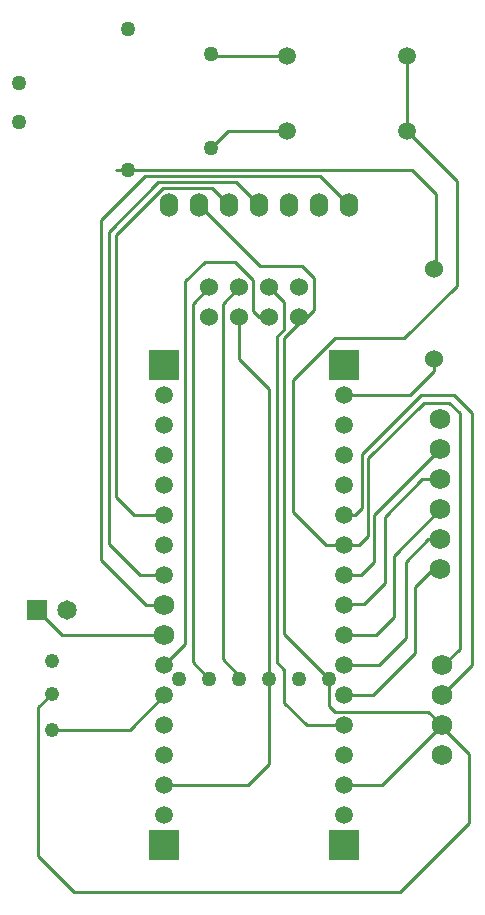
<source format=gtl>
G04 Layer: TopLayer*
G04 EasyEDA v6.5.40, 2024-05-09 08:25:39*
G04 18a0beea18964d5d8ca67f77cddb8664,df7e7e3c38a3447abd37b529b333d242,10*
G04 Gerber Generator version 0.2*
G04 Scale: 100 percent, Rotated: No, Reflected: No *
G04 Dimensions in millimeters *
G04 leading zeros omitted , absolute positions ,4 integer and 5 decimal *
%FSLAX45Y45*%
%MOMM*%

%ADD10C,0.2540*%
%ADD11C,1.2600*%
%ADD12C,1.5240*%
%ADD13O,1.5400019999999999X1.9999959999999999*%
%ADD14C,1.5000*%
%ADD15C,1.7500*%
%ADD16R,2.5400X2.5400*%
%ADD17C,1.2116*%
%ADD18R,1.6510X1.6510*%
%ADD19C,1.6510*%
%ADD20C,1.7500*%

%LPD*%
D10*
X4229100Y1295400D02*
G01*
X4241800Y1295400D01*
X4381500Y1435100D01*
X4381500Y3429000D01*
X4292600Y3517900D01*
X4076700Y3517900D01*
X3606800Y3048000D01*
X3606800Y2387600D01*
X3530600Y2311400D01*
X3403600Y2311400D01*
X4229100Y1041400D02*
G01*
X4483100Y1295400D01*
X4483100Y3429000D01*
X4330700Y3581400D01*
X4051300Y3581400D01*
X3556000Y3086100D01*
X3556000Y2628900D01*
X3492500Y2565400D01*
X3403600Y2565400D01*
X4216400Y2108200D02*
G01*
X4152900Y2108200D01*
X4000500Y1955800D01*
X4000500Y1397000D01*
X3644900Y1041400D01*
X3403600Y1041400D01*
X4216400Y2362200D02*
G01*
X4114800Y2362200D01*
X3924300Y2171700D01*
X3924300Y1524000D01*
X3695700Y1295400D01*
X3403600Y1295400D01*
X4216400Y2616200D02*
G01*
X3822700Y2222500D01*
X3822700Y1701800D01*
X3670300Y1549400D01*
X3403600Y1549400D01*
X4216400Y2870200D02*
G01*
X4064000Y2870200D01*
X3746500Y2552700D01*
X3746500Y1993900D01*
X3568700Y1816100D01*
X3416300Y1816100D01*
X3403600Y1803400D01*
X4216400Y3124200D02*
G01*
X3657600Y2565400D01*
X3657600Y2171700D01*
X3543300Y2057400D01*
X3403600Y2057400D01*
X3403600Y279400D02*
G01*
X3721100Y279400D01*
X4229100Y787400D01*
X4165600Y3886200D02*
G01*
X4165600Y3784600D01*
X3962400Y3581400D01*
X3403600Y3581400D01*
X1854200Y1841500D02*
G01*
X1892300Y1841500D01*
X3937000Y5816600D02*
G01*
X3937000Y6451600D01*
X2273300Y6470599D02*
G01*
X2292299Y6451600D01*
X2921000Y6451600D01*
X1879600Y1803400D02*
G01*
X1727200Y1803400D01*
X1346200Y2184400D01*
X1346200Y5067300D01*
X1714500Y5435600D01*
X3200400Y5435600D01*
X3441700Y5194300D01*
X2260600Y4495800D02*
G01*
X2120900Y4356100D01*
X2120900Y1320800D01*
X2260600Y1181862D01*
X2514600Y4495800D02*
G01*
X2374900Y4356100D01*
X2374900Y1346200D01*
X2514600Y1206500D01*
X2514600Y1181988D01*
X2768600Y4495800D02*
G01*
X2895600Y4368800D01*
X2895600Y4140200D01*
X2832100Y4076700D01*
X2832100Y1320800D01*
X2895600Y1257300D01*
X2895600Y977900D01*
X3086100Y787400D01*
X3403600Y787400D01*
X4229100Y787400D02*
G01*
X4114800Y901700D01*
X3327400Y901700D01*
X3276600Y952500D01*
X3276600Y1181988D01*
X2768600Y1181988D02*
G01*
X2768600Y457200D01*
X2590800Y279400D01*
X1879600Y279400D01*
X927100Y749300D02*
G01*
X1587500Y749300D01*
X1879600Y1041400D01*
X927100Y1054100D02*
G01*
X812800Y939800D01*
X812800Y-317500D01*
X1117600Y-622300D01*
X3873500Y-622300D01*
X4457700Y-38100D01*
X4457700Y546100D01*
X4229100Y774700D01*
X4229100Y787400D01*
X3937000Y5816600D02*
G01*
X4356100Y5397500D01*
X4356100Y4508500D01*
X3911600Y4064000D01*
X3327400Y4064000D01*
X2971800Y3708400D01*
X2971800Y2590800D01*
X3251200Y2311400D01*
X3403600Y2311400D01*
X2273300Y5670600D02*
G01*
X2419299Y5816600D01*
X2921000Y5816600D01*
X3276600Y1181988D02*
G01*
X2895600Y1562988D01*
X2895600Y4064000D01*
X3022600Y4191000D01*
X3022600Y4241800D01*
X2768600Y1181862D02*
G01*
X2768600Y3632200D01*
X2514600Y3886200D01*
X2514600Y4241800D01*
X1467688Y5486400D02*
G01*
X3975100Y5486400D01*
X4178300Y5283200D01*
X4178300Y4660900D01*
X4165600Y4648200D01*
X2425700Y5194300D02*
G01*
X2286000Y5334000D01*
X1866900Y5334000D01*
X1473200Y4940300D01*
X1473200Y2717800D01*
X1625600Y2565400D01*
X1879600Y2565400D01*
X2679700Y5194300D02*
G01*
X2489200Y5384800D01*
X1828800Y5384800D01*
X1409700Y4965700D01*
X1409700Y2324100D01*
X1676400Y2057400D01*
X1879600Y2057400D01*
X800100Y1765300D02*
G01*
X1016000Y1549400D01*
X1879600Y1549400D01*
X1879600Y1295400D02*
G01*
X2057400Y1473200D01*
X2057400Y4546600D01*
X2222500Y4711700D01*
X2476500Y4711700D01*
X2628900Y4559300D01*
X2628900Y4292600D01*
X2679700Y4241800D01*
X2768600Y4241800D01*
X2171700Y5194300D02*
G01*
X2692400Y4673600D01*
X3048000Y4673600D01*
X3149600Y4572000D01*
X3149600Y4305300D01*
X3086100Y4241800D01*
X3022600Y4241800D01*
D11*
G01*
X2273300Y5670600D03*
G01*
X2273300Y6470599D03*
G01*
X1567687Y6680200D03*
G01*
X1567687Y5486400D03*
G01*
X647700Y6223000D03*
G01*
X647700Y5892800D03*
D12*
G01*
X3022600Y4241800D03*
G01*
X2768600Y4241800D03*
G01*
X2514600Y4241800D03*
G01*
X2260600Y4241800D03*
G01*
X2260600Y4495800D03*
G01*
X2514600Y4495800D03*
G01*
X2768600Y4495800D03*
G01*
X3022600Y4495800D03*
D13*
G01*
X3441700Y5194300D03*
G01*
X3187700Y5194300D03*
G01*
X2679700Y5194300D03*
G01*
X2425700Y5194300D03*
G01*
X2933700Y5194300D03*
G01*
X2171700Y5194300D03*
G01*
X1917700Y5194300D03*
D14*
G01*
X1879600Y3581400D03*
G01*
X1879600Y3327400D03*
G01*
X1879600Y3073400D03*
G01*
X1879600Y2819400D03*
G01*
X1879600Y2565400D03*
G01*
X1879600Y2311400D03*
G01*
X1879600Y2057400D03*
D15*
G01*
X1879600Y1803400D03*
G01*
X1879600Y1549400D03*
D14*
G01*
X1879600Y1295400D03*
G01*
X1879600Y1041400D03*
G01*
X1879600Y787400D03*
G01*
X1879600Y533400D03*
G01*
X1879600Y279400D03*
G01*
X1879600Y25400D03*
G01*
X3403600Y25400D03*
G01*
X3403600Y279400D03*
G01*
X3403600Y533400D03*
G01*
X3403600Y787400D03*
G01*
X3403600Y1041400D03*
G01*
X3403600Y1295400D03*
G01*
X3403600Y1549400D03*
G01*
X3403600Y1803400D03*
G01*
X3403600Y2057400D03*
G01*
X3403600Y2311400D03*
G01*
X3403600Y2565400D03*
G01*
X3403600Y2819400D03*
G01*
X3403600Y3073400D03*
G01*
X3403600Y3327400D03*
G01*
X3403600Y3581400D03*
D16*
G01*
X3403600Y3835400D03*
G01*
X1879600Y3835400D03*
G01*
X1879600Y-228600D03*
G01*
X3403600Y-228600D03*
D15*
G01*
X4216400Y2108200D03*
G01*
X4216400Y2362200D03*
G01*
X4216400Y2616200D03*
G01*
X4216400Y2870200D03*
G01*
X4216400Y3124200D03*
G01*
X4216400Y3378200D03*
D17*
G01*
X927100Y1333500D03*
G01*
X927100Y1054100D03*
G01*
X927100Y749300D03*
D18*
G01*
X800100Y1765300D03*
D19*
G01*
X1054100Y1765300D03*
D20*
G01*
X4229100Y1295400D03*
G01*
X4229100Y1041400D03*
G01*
X4229100Y787400D03*
G01*
X4229100Y533400D03*
D11*
G01*
X2006600Y1181988D03*
G01*
X2260600Y1181988D03*
G01*
X2514600Y1181988D03*
G01*
X2768600Y1181988D03*
G01*
X3022600Y1181988D03*
G01*
X3276600Y1181988D03*
D14*
G01*
X2921000Y6451600D03*
G01*
X3937000Y6451600D03*
G01*
X3937000Y5816600D03*
G01*
X2921000Y5816600D03*
D12*
G01*
X4165600Y3886200D03*
G01*
X4165600Y4648200D03*
M02*

</source>
